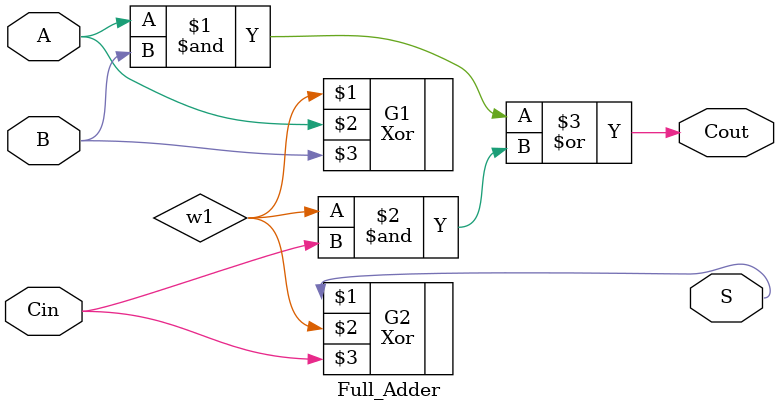
<source format=v>
`timescale 1ns / 1ps
module Full_Adder(A,B,Cin,S,Cout);

	input A,B,Cin;
	output Cout,S;
	wire w1;

	Xor G1(w1,A,B);
	Xor G2(S,w1,Cin);
	assign Cout=((A & B) | (w1 & Cin));




endmodule

</source>
